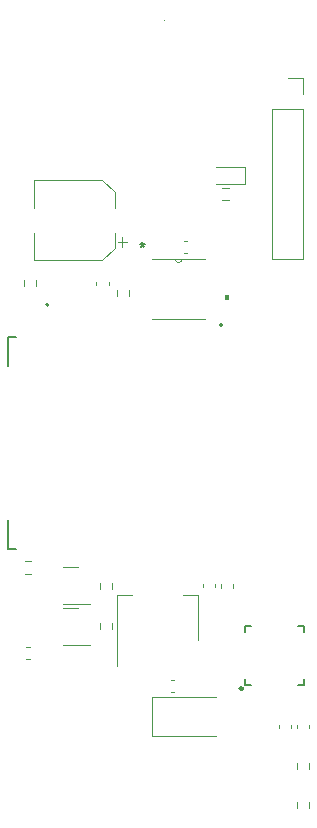
<source format=gbr>
%TF.GenerationSoftware,KiCad,Pcbnew,(6.0.0-0)*%
%TF.CreationDate,2022-02-03T17:32:02+01:00*%
%TF.ProjectId,GlowCoreMini,476c6f77-436f-4726-954d-696e692e6b69,rev?*%
%TF.SameCoordinates,Original*%
%TF.FileFunction,Legend,Top*%
%TF.FilePolarity,Positive*%
%FSLAX46Y46*%
G04 Gerber Fmt 4.6, Leading zero omitted, Abs format (unit mm)*
G04 Created by KiCad (PCBNEW (6.0.0-0)) date 2022-02-03 17:32:02*
%MOMM*%
%LPD*%
G01*
G04 APERTURE LIST*
%ADD10C,0.150000*%
%ADD11C,0.120000*%
%ADD12C,0.250000*%
%ADD13C,0.100000*%
%ADD14C,0.200000*%
%ADD15C,0.127000*%
%ADD16C,0.059995*%
G04 APERTURE END LIST*
D10*
%TO.C,U1*%
X142763000Y-82008180D02*
X142763000Y-82246276D01*
X142524904Y-82151038D02*
X142763000Y-82246276D01*
X143001095Y-82151038D01*
X142620142Y-82436752D02*
X142763000Y-82246276D01*
X142905857Y-82436752D01*
X142763000Y-82008180D02*
X142763000Y-82246276D01*
X142524904Y-82151038D02*
X142763000Y-82246276D01*
X143001095Y-82151038D01*
X142620142Y-82436752D02*
X142763000Y-82246276D01*
X142905857Y-82436752D01*
D11*
%TO.C,J1*%
X153726600Y-70713600D02*
X153726600Y-83473600D01*
X156386600Y-68113600D02*
X156386600Y-69443600D01*
X156386600Y-70713600D02*
X156386600Y-83473600D01*
X153726600Y-83473600D02*
X156386600Y-83473600D01*
X155056600Y-68113600D02*
X156386600Y-68113600D01*
X153726600Y-70713600D02*
X156386600Y-70713600D01*
D10*
%TO.C,U4*%
X156464400Y-115017800D02*
X156464400Y-114517800D01*
X151464400Y-115017800D02*
X151464400Y-114517800D01*
X151464400Y-119517800D02*
X151964400Y-119517800D01*
X156464400Y-114517800D02*
X155964400Y-114517800D01*
X151464400Y-119017800D02*
X151464400Y-119517800D01*
X156464400Y-119517800D02*
X155964400Y-119517800D01*
X151464400Y-114517800D02*
X151964400Y-114517800D01*
X156464400Y-119017800D02*
X156464400Y-119517800D01*
D12*
X151270000Y-119811800D02*
G75*
G03*
X151270000Y-119811800I-125000J0D01*
G01*
D11*
%TO.C,R9*%
X156874500Y-129896324D02*
X156874500Y-129386876D01*
X155829500Y-129896324D02*
X155829500Y-129386876D01*
%TO.C,C9*%
X132913933Y-116330000D02*
X133206467Y-116330000D01*
X132913933Y-117350000D02*
X133206467Y-117350000D01*
%TO.C,C1*%
X146274333Y-82907600D02*
X146566867Y-82907600D01*
X146274333Y-81887600D02*
X146566867Y-81887600D01*
%TO.C,R1*%
X140614900Y-86054476D02*
X140614900Y-86563924D01*
X141659900Y-86054476D02*
X141659900Y-86563924D01*
%TO.C,C3*%
X145475767Y-120118600D02*
X145183233Y-120118600D01*
X145475767Y-119098600D02*
X145183233Y-119098600D01*
%TO.C,C10*%
X156862000Y-122891333D02*
X156862000Y-123183867D01*
X155842000Y-122891333D02*
X155842000Y-123183867D01*
%TO.C,U1*%
X148084300Y-83451700D02*
X143588500Y-83451700D01*
X143588500Y-88557100D02*
X148084300Y-88557100D01*
X145531600Y-83451700D02*
G75*
G03*
X146141200Y-83451700I304800J0D01*
G01*
D13*
X150002000Y-86463899D02*
X150002000Y-86844899D01*
X150002000Y-86844899D02*
X149748000Y-86844899D01*
X149748000Y-86844899D02*
X149748000Y-86463899D01*
X149748000Y-86463899D02*
X150002000Y-86463899D01*
G36*
X150002000Y-86844899D02*
G01*
X149748000Y-86844899D01*
X149748000Y-86463899D01*
X150002000Y-86463899D01*
X150002000Y-86844899D01*
G37*
X150002000Y-86844899D02*
X149748000Y-86844899D01*
X149748000Y-86463899D01*
X150002000Y-86463899D01*
X150002000Y-86844899D01*
D11*
%TO.C,Q2*%
X136664700Y-113034600D02*
X137314700Y-113034600D01*
X136664700Y-113034600D02*
X136014700Y-113034600D01*
X136664700Y-116154600D02*
X136014700Y-116154600D01*
X136664700Y-116154600D02*
X138339700Y-116154600D01*
%TO.C,U3*%
X147468400Y-115692800D02*
X147468400Y-111932800D01*
X140648400Y-111932800D02*
X141908400Y-111932800D01*
X140648400Y-117942800D02*
X140648400Y-111932800D01*
X147468400Y-111932800D02*
X146208400Y-111932800D01*
%TO.C,R6*%
X140212100Y-111354324D02*
X140212100Y-110844876D01*
X139167100Y-111354324D02*
X139167100Y-110844876D01*
D14*
%TO.C,MK1*%
X134811800Y-87310100D02*
G75*
G03*
X134811800Y-87310100I-100000J0D01*
G01*
D11*
%TO.C,R8*%
X133314924Y-110098100D02*
X132805476Y-110098100D01*
X133314924Y-109053100D02*
X132805476Y-109053100D01*
%TO.C,D2*%
X151458800Y-77112800D02*
X151458800Y-75642800D01*
X151458800Y-75642800D02*
X148998800Y-75642800D01*
X148998800Y-77112800D02*
X151458800Y-77112800D01*
%TO.C,C6*%
X155338000Y-123183867D02*
X155338000Y-122891333D01*
X154318000Y-123183867D02*
X154318000Y-122891333D01*
%TO.C,R4*%
X132740900Y-85741024D02*
X132740900Y-85231576D01*
X133785900Y-85741024D02*
X133785900Y-85231576D01*
%TO.C,C8*%
X149390400Y-110978733D02*
X149390400Y-111271267D01*
X150410400Y-110978733D02*
X150410400Y-111271267D01*
%TO.C,C4*%
X147891800Y-111245867D02*
X147891800Y-110953333D01*
X148911800Y-111245867D02*
X148911800Y-110953333D01*
%TO.C,R3*%
X155829500Y-126084876D02*
X155829500Y-126594324D01*
X156874500Y-126084876D02*
X156874500Y-126594324D01*
%TO.C,R5*%
X139167100Y-114248476D02*
X139167100Y-114757924D01*
X140212100Y-114248476D02*
X140212100Y-114757924D01*
%TO.C,C2*%
X133612600Y-76752400D02*
X133612600Y-79102400D01*
X140432600Y-82507963D02*
X140432600Y-81222400D01*
X141460100Y-82009900D02*
X140672600Y-82009900D01*
X139368163Y-83572400D02*
X133612600Y-83572400D01*
X139368163Y-76752400D02*
X133612600Y-76752400D01*
X141066350Y-82403650D02*
X141066350Y-81616150D01*
X140432600Y-77816837D02*
X139368163Y-76752400D01*
X140432600Y-77816837D02*
X140432600Y-79102400D01*
X133612600Y-83572400D02*
X133612600Y-81222400D01*
X140432600Y-82507963D02*
X139368163Y-83572400D01*
%TO.C,D1*%
X143575800Y-123850400D02*
X148975800Y-123850400D01*
X143575800Y-120550400D02*
X148975800Y-120550400D01*
X143575800Y-120550400D02*
X143575800Y-123850400D01*
D15*
%TO.C,U2*%
X132060000Y-90034600D02*
X131410000Y-90034600D01*
X131410000Y-90034600D02*
X131410000Y-92484600D01*
X131410000Y-105584600D02*
X131410000Y-108034600D01*
X131410000Y-108034600D02*
X132060000Y-108034600D01*
D14*
X149510000Y-89034600D02*
G75*
G03*
X149510000Y-89034600I-100000J0D01*
G01*
D16*
%TO.C,P1*%
X144672609Y-63228338D02*
G75*
G03*
X144672609Y-63228338I-29997J0D01*
G01*
D11*
%TO.C,C7*%
X138874800Y-85365433D02*
X138874800Y-85657967D01*
X139894800Y-85365433D02*
X139894800Y-85657967D01*
%TO.C,R7*%
X150053524Y-78449700D02*
X149544076Y-78449700D01*
X150053524Y-77404700D02*
X149544076Y-77404700D01*
%TO.C,Q3*%
X136667000Y-109565000D02*
X137317000Y-109565000D01*
X136667000Y-112685000D02*
X136017000Y-112685000D01*
X136667000Y-109565000D02*
X136017000Y-109565000D01*
X136667000Y-112685000D02*
X138342000Y-112685000D01*
%TD*%
M02*

</source>
